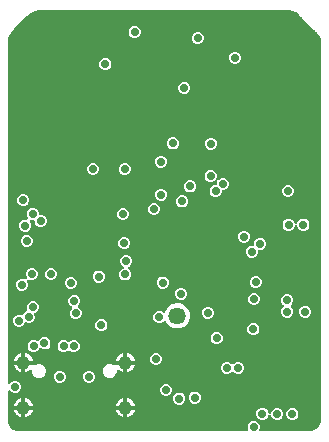
<source format=gbr>
G04 EAGLE Gerber RS-274X export*
G75*
%MOMM*%
%FSLAX34Y34*%
%LPD*%
%INPCBWay Copper Layer 1*%
%IPPOS*%
%AMOC8*
5,1,8,0,0,1.08239X$1,22.5*%
G01*
%ADD10C,1.158000*%
%ADD11C,1.458000*%
%ADD12C,0.711200*%

G36*
X18294Y3812D02*
X18294Y3812D01*
X18316Y3811D01*
X20045Y3856D01*
X20054Y3852D01*
X20136Y3842D01*
X20216Y3821D01*
X20363Y3812D01*
X20370Y3811D01*
X20372Y3811D01*
X20377Y3811D01*
X210728Y3811D01*
X210778Y3817D01*
X210827Y3815D01*
X210935Y3837D01*
X211044Y3851D01*
X211090Y3869D01*
X211139Y3879D01*
X211237Y3927D01*
X211339Y3968D01*
X211380Y3997D01*
X211424Y4019D01*
X211508Y4090D01*
X211597Y4154D01*
X211628Y4193D01*
X211666Y4225D01*
X211729Y4315D01*
X211800Y4399D01*
X211821Y4444D01*
X211849Y4485D01*
X211888Y4588D01*
X211935Y4687D01*
X211944Y4736D01*
X211962Y4782D01*
X211974Y4892D01*
X211995Y4999D01*
X211992Y5049D01*
X211997Y5098D01*
X211982Y5207D01*
X211975Y5317D01*
X211960Y5364D01*
X211953Y5413D01*
X211901Y5566D01*
X211548Y6417D01*
X211548Y8438D01*
X212322Y10305D01*
X213751Y11735D01*
X215618Y12508D01*
X217640Y12508D01*
X219507Y11735D01*
X220936Y10305D01*
X221710Y8438D01*
X221710Y6417D01*
X221357Y5566D01*
X221344Y5518D01*
X221323Y5473D01*
X221302Y5365D01*
X221273Y5259D01*
X221273Y5209D01*
X221263Y5160D01*
X221270Y5051D01*
X221268Y4941D01*
X221280Y4893D01*
X221283Y4843D01*
X221317Y4739D01*
X221342Y4632D01*
X221366Y4588D01*
X221381Y4541D01*
X221440Y4448D01*
X221491Y4351D01*
X221525Y4314D01*
X221551Y4272D01*
X221631Y4197D01*
X221705Y4115D01*
X221747Y4088D01*
X221783Y4054D01*
X221879Y4001D01*
X221971Y3941D01*
X222018Y3924D01*
X222061Y3900D01*
X222167Y3873D01*
X222272Y3837D01*
X222321Y3833D01*
X222369Y3821D01*
X222530Y3811D01*
X256197Y3811D01*
X256198Y3811D01*
X256201Y3811D01*
X264486Y3834D01*
X264505Y3836D01*
X264523Y3835D01*
X264683Y3850D01*
X266186Y4090D01*
X266278Y4117D01*
X266372Y4135D01*
X266473Y4174D01*
X266491Y4179D01*
X266500Y4185D01*
X266522Y4193D01*
X269385Y5530D01*
X269516Y5612D01*
X269647Y5693D01*
X269652Y5698D01*
X269654Y5699D01*
X269660Y5705D01*
X269766Y5803D01*
X271950Y8086D01*
X272040Y8207D01*
X272134Y8333D01*
X272137Y8339D01*
X272139Y8341D01*
X272142Y8348D01*
X272205Y8478D01*
X273413Y11397D01*
X273439Y11490D01*
X273473Y11580D01*
X273492Y11686D01*
X273497Y11704D01*
X273497Y11715D01*
X273501Y11738D01*
X273681Y13304D01*
X273681Y13317D01*
X273689Y13449D01*
X273689Y335376D01*
X273677Y335472D01*
X273675Y335568D01*
X273652Y335672D01*
X273649Y335692D01*
X273645Y335702D01*
X273640Y335725D01*
X273136Y337486D01*
X273095Y337583D01*
X273061Y337684D01*
X273020Y337758D01*
X273011Y337778D01*
X273002Y337791D01*
X272982Y337825D01*
X270682Y341388D01*
X270613Y341470D01*
X270552Y341557D01*
X270491Y341615D01*
X270477Y341632D01*
X270464Y341641D01*
X270436Y341668D01*
X269873Y342145D01*
X269834Y342170D01*
X269800Y342203D01*
X269701Y342257D01*
X269607Y342318D01*
X269562Y342333D01*
X269521Y342356D01*
X269412Y342384D01*
X269335Y342410D01*
X268509Y343237D01*
X268482Y343257D01*
X268459Y343283D01*
X268333Y343383D01*
X267412Y344020D01*
X267371Y344150D01*
X267331Y344288D01*
X267323Y344301D01*
X267318Y344316D01*
X267242Y344438D01*
X267169Y344562D01*
X267155Y344578D01*
X267150Y344586D01*
X267137Y344599D01*
X267063Y344682D01*
X257607Y354138D01*
X257579Y354160D01*
X257555Y354187D01*
X257454Y354257D01*
X257356Y354333D01*
X257323Y354347D01*
X257293Y354368D01*
X257177Y354410D01*
X257100Y354444D01*
X256230Y355506D01*
X256216Y355519D01*
X256146Y355599D01*
X254978Y356768D01*
X254944Y356825D01*
X254876Y356902D01*
X254865Y356918D01*
X254856Y356925D01*
X254838Y356946D01*
X254308Y357477D01*
X254224Y357542D01*
X254146Y357614D01*
X254074Y357658D01*
X254057Y357672D01*
X254042Y357678D01*
X254009Y357699D01*
X249839Y359934D01*
X249739Y359973D01*
X249644Y360019D01*
X249562Y360041D01*
X249542Y360048D01*
X249526Y360050D01*
X249488Y360060D01*
X247282Y360502D01*
X247237Y360505D01*
X247194Y360516D01*
X247033Y360527D01*
X209933Y360527D01*
X209933Y360526D01*
X209932Y360527D01*
X72090Y360405D01*
X72077Y360404D01*
X69999Y360404D01*
X69998Y360404D01*
X67929Y360402D01*
X67923Y360403D01*
X67913Y360402D01*
X67908Y360402D01*
X67883Y360403D01*
X38244Y360400D01*
X38242Y360400D01*
X36139Y360400D01*
X36119Y360397D01*
X36056Y360397D01*
X34109Y360269D01*
X34066Y360261D01*
X34021Y360261D01*
X33864Y360229D01*
X30101Y359221D01*
X30022Y359188D01*
X29940Y359165D01*
X29817Y359105D01*
X29807Y359101D01*
X29803Y359098D01*
X29795Y359094D01*
X26422Y357147D01*
X26387Y357120D01*
X26348Y357100D01*
X26220Y357002D01*
X24753Y355715D01*
X24739Y355699D01*
X24692Y355658D01*
X15104Y346070D01*
X15050Y346000D01*
X14988Y345937D01*
X14953Y345876D01*
X13637Y344602D01*
X13632Y344597D01*
X13621Y344587D01*
X13581Y344547D01*
X13571Y344534D01*
X13539Y344502D01*
X12225Y343054D01*
X12199Y343018D01*
X12168Y342987D01*
X12076Y342854D01*
X10054Y339482D01*
X10019Y339404D01*
X9976Y339330D01*
X9930Y339201D01*
X9925Y339191D01*
X9925Y339187D01*
X9922Y339178D01*
X8840Y335398D01*
X8834Y335354D01*
X8819Y335312D01*
X8796Y335153D01*
X8635Y333198D01*
X8636Y333176D01*
X8630Y333094D01*
X8630Y45400D01*
X8648Y45262D01*
X8661Y45124D01*
X8668Y45105D01*
X8670Y45085D01*
X8722Y44955D01*
X8769Y44825D01*
X8780Y44808D01*
X8787Y44789D01*
X8869Y44677D01*
X8947Y44561D01*
X8962Y44548D01*
X8974Y44532D01*
X9081Y44443D01*
X9186Y44351D01*
X9204Y44342D01*
X9219Y44329D01*
X9345Y44270D01*
X9469Y44206D01*
X9489Y44202D01*
X9507Y44193D01*
X9643Y44167D01*
X9779Y44137D01*
X9799Y44137D01*
X9819Y44134D01*
X9958Y44142D01*
X10097Y44146D01*
X10117Y44152D01*
X10137Y44153D01*
X10269Y44196D01*
X10402Y44235D01*
X10420Y44245D01*
X10439Y44251D01*
X10557Y44326D01*
X10676Y44396D01*
X10697Y44415D01*
X10708Y44421D01*
X10722Y44436D01*
X10797Y44503D01*
X12033Y45739D01*
X13900Y46512D01*
X15922Y46512D01*
X17789Y45739D01*
X19218Y44309D01*
X19992Y42442D01*
X19992Y40421D01*
X19218Y38553D01*
X17789Y37124D01*
X15922Y36351D01*
X13900Y36351D01*
X12033Y37124D01*
X10797Y38360D01*
X10688Y38445D01*
X10580Y38534D01*
X10562Y38542D01*
X10546Y38555D01*
X10418Y38610D01*
X10293Y38669D01*
X10273Y38673D01*
X10254Y38681D01*
X10116Y38703D01*
X9980Y38729D01*
X9960Y38728D01*
X9940Y38731D01*
X9801Y38718D01*
X9663Y38709D01*
X9644Y38703D01*
X9623Y38701D01*
X9492Y38654D01*
X9360Y38611D01*
X9343Y38600D01*
X9324Y38594D01*
X9209Y38516D01*
X9092Y38441D01*
X9078Y38426D01*
X9061Y38415D01*
X8969Y38311D01*
X8874Y38210D01*
X8864Y38192D01*
X8850Y38177D01*
X8787Y38052D01*
X8720Y37931D01*
X8715Y37911D01*
X8706Y37893D01*
X8675Y37758D01*
X8641Y37623D01*
X8639Y37595D01*
X8636Y37583D01*
X8637Y37563D01*
X8630Y37462D01*
X8630Y12961D01*
X8631Y12958D01*
X8640Y12803D01*
X8836Y11240D01*
X8843Y11210D01*
X8844Y11189D01*
X8862Y11134D01*
X8880Y11032D01*
X8909Y10953D01*
X8914Y10931D01*
X8922Y10918D01*
X8936Y10881D01*
X10222Y7990D01*
X10227Y7982D01*
X10230Y7973D01*
X10310Y7845D01*
X10387Y7718D01*
X10394Y7711D01*
X10399Y7703D01*
X10508Y7585D01*
X12804Y5407D01*
X12811Y5401D01*
X12817Y5394D01*
X12878Y5351D01*
X12907Y5323D01*
X12947Y5301D01*
X13060Y5218D01*
X13068Y5215D01*
X13076Y5209D01*
X13222Y5142D01*
X16177Y4008D01*
X16280Y3982D01*
X16381Y3949D01*
X16464Y3937D01*
X16485Y3932D01*
X16501Y3932D01*
X16540Y3927D01*
X18102Y3814D01*
X18124Y3815D01*
X18194Y3811D01*
X18283Y3811D01*
X18294Y3812D01*
G37*
%LPC*%
G36*
X149964Y91001D02*
X149964Y91001D01*
X146071Y92614D01*
X143091Y95594D01*
X142674Y96601D01*
X142649Y96645D01*
X142632Y96691D01*
X142571Y96782D01*
X142516Y96878D01*
X142482Y96913D01*
X142454Y96954D01*
X142371Y97027D01*
X142295Y97106D01*
X142253Y97132D01*
X142215Y97165D01*
X142118Y97215D01*
X142024Y97272D01*
X141976Y97287D01*
X141932Y97309D01*
X141825Y97334D01*
X141720Y97366D01*
X141670Y97368D01*
X141622Y97379D01*
X141512Y97376D01*
X141402Y97381D01*
X141354Y97371D01*
X141304Y97369D01*
X141198Y97339D01*
X141091Y97317D01*
X141046Y97295D01*
X140998Y97281D01*
X140904Y97225D01*
X140805Y97177D01*
X140767Y97145D01*
X140724Y97120D01*
X140604Y97013D01*
X139800Y96210D01*
X137933Y95436D01*
X135911Y95436D01*
X134044Y96210D01*
X132615Y97639D01*
X131841Y99506D01*
X131841Y101528D01*
X132615Y103395D01*
X134044Y104824D01*
X135911Y105598D01*
X137933Y105598D01*
X139800Y104824D01*
X139973Y104651D01*
X140012Y104621D01*
X140045Y104584D01*
X140137Y104524D01*
X140224Y104457D01*
X140270Y104437D01*
X140311Y104410D01*
X140415Y104374D01*
X140516Y104330D01*
X140565Y104322D01*
X140612Y104306D01*
X140721Y104298D01*
X140830Y104280D01*
X140879Y104285D01*
X140929Y104281D01*
X141037Y104300D01*
X141147Y104310D01*
X141193Y104327D01*
X141242Y104335D01*
X141342Y104381D01*
X141446Y104418D01*
X141487Y104446D01*
X141532Y104466D01*
X141618Y104535D01*
X141709Y104596D01*
X141742Y104634D01*
X141781Y104665D01*
X141847Y104753D01*
X141920Y104835D01*
X141942Y104879D01*
X141972Y104919D01*
X142043Y105063D01*
X143091Y107594D01*
X146071Y110574D01*
X149964Y112187D01*
X154178Y112187D01*
X158072Y110574D01*
X161051Y107594D01*
X162664Y103701D01*
X162664Y99487D01*
X161051Y95594D01*
X158072Y92614D01*
X154178Y91001D01*
X149964Y91001D01*
G37*
%LPD*%
%LPC*%
G36*
X22302Y173043D02*
X22302Y173043D01*
X20435Y173817D01*
X19005Y175246D01*
X18232Y177113D01*
X18232Y179135D01*
X19005Y181002D01*
X20435Y182431D01*
X22302Y183205D01*
X24275Y183205D01*
X24325Y183211D01*
X24374Y183209D01*
X24482Y183231D01*
X24591Y183245D01*
X24637Y183263D01*
X24686Y183273D01*
X24785Y183321D01*
X24887Y183362D01*
X24927Y183391D01*
X24971Y183413D01*
X25055Y183484D01*
X25144Y183549D01*
X25176Y183587D01*
X25213Y183619D01*
X25277Y183709D01*
X25347Y183794D01*
X25368Y183838D01*
X25396Y183879D01*
X25436Y183982D01*
X25482Y184081D01*
X25492Y184130D01*
X25509Y184176D01*
X25521Y184286D01*
X25542Y184394D01*
X25539Y184443D01*
X25544Y184493D01*
X25529Y184602D01*
X25522Y184711D01*
X25507Y184758D01*
X25500Y184807D01*
X25448Y184960D01*
X24590Y187030D01*
X24590Y189051D01*
X25364Y190919D01*
X26793Y192348D01*
X28660Y193121D01*
X30682Y193121D01*
X32549Y192348D01*
X33978Y190919D01*
X34752Y189051D01*
X34752Y188477D01*
X34767Y188359D01*
X34774Y188240D01*
X34787Y188201D01*
X34792Y188161D01*
X34836Y188051D01*
X34872Y187937D01*
X34894Y187903D01*
X34909Y187866D01*
X34979Y187769D01*
X35042Y187669D01*
X35072Y187641D01*
X35096Y187608D01*
X35187Y187532D01*
X35274Y187451D01*
X35309Y187431D01*
X35341Y187405D01*
X35448Y187355D01*
X35553Y187297D01*
X35592Y187287D01*
X35628Y187270D01*
X35745Y187248D01*
X35860Y187218D01*
X35921Y187214D01*
X35941Y187210D01*
X35961Y187211D01*
X36021Y187208D01*
X37351Y187208D01*
X39219Y186434D01*
X40648Y185005D01*
X41421Y183138D01*
X41421Y181116D01*
X40648Y179249D01*
X39219Y177820D01*
X37351Y177046D01*
X35330Y177046D01*
X33463Y177820D01*
X32033Y179249D01*
X31260Y181116D01*
X31260Y181691D01*
X31245Y181809D01*
X31238Y181928D01*
X31225Y181966D01*
X31220Y182006D01*
X31176Y182117D01*
X31139Y182230D01*
X31118Y182264D01*
X31103Y182302D01*
X31033Y182398D01*
X30969Y182499D01*
X30940Y182527D01*
X30916Y182559D01*
X30824Y182635D01*
X30738Y182717D01*
X30702Y182736D01*
X30671Y182762D01*
X30563Y182813D01*
X30459Y182870D01*
X30420Y182880D01*
X30383Y182898D01*
X30267Y182920D01*
X30151Y182950D01*
X30091Y182954D01*
X30071Y182957D01*
X30051Y182956D01*
X29991Y182960D01*
X28709Y182960D01*
X28659Y182954D01*
X28610Y182956D01*
X28502Y182934D01*
X28393Y182920D01*
X28347Y182902D01*
X28298Y182892D01*
X28199Y182843D01*
X28097Y182803D01*
X28057Y182774D01*
X28012Y182752D01*
X27929Y182681D01*
X27840Y182616D01*
X27808Y182578D01*
X27770Y182546D01*
X27707Y182456D01*
X27637Y182371D01*
X27616Y182326D01*
X27587Y182286D01*
X27548Y182183D01*
X27502Y182084D01*
X27492Y182035D01*
X27475Y181988D01*
X27462Y181879D01*
X27442Y181771D01*
X27445Y181722D01*
X27439Y181672D01*
X27455Y181563D01*
X27462Y181454D01*
X27477Y181407D01*
X27484Y181357D01*
X27536Y181205D01*
X28393Y179135D01*
X28393Y177113D01*
X27620Y175246D01*
X26191Y173817D01*
X24323Y173043D01*
X22302Y173043D01*
G37*
%LPD*%
%LPC*%
G36*
X183476Y202081D02*
X183476Y202081D01*
X181609Y202855D01*
X180179Y204284D01*
X179406Y206151D01*
X179406Y208173D01*
X180179Y210040D01*
X181609Y211469D01*
X183476Y212243D01*
X184447Y212243D01*
X184565Y212258D01*
X184684Y212265D01*
X184723Y212278D01*
X184763Y212283D01*
X184874Y212326D01*
X184987Y212363D01*
X185021Y212385D01*
X185058Y212400D01*
X185155Y212470D01*
X185255Y212533D01*
X185283Y212563D01*
X185316Y212587D01*
X185392Y212678D01*
X185473Y212765D01*
X185493Y212800D01*
X185519Y212831D01*
X185569Y212939D01*
X185627Y213043D01*
X185637Y213083D01*
X185654Y213119D01*
X185676Y213236D01*
X185706Y213351D01*
X185710Y213412D01*
X185714Y213432D01*
X185713Y213452D01*
X185716Y213512D01*
X185716Y214268D01*
X186030Y215025D01*
X186048Y215092D01*
X186076Y215156D01*
X186090Y215245D01*
X186114Y215332D01*
X186115Y215401D01*
X186126Y215470D01*
X186117Y215560D01*
X186119Y215650D01*
X186103Y215718D01*
X186096Y215787D01*
X186066Y215871D01*
X186045Y215959D01*
X186012Y216020D01*
X185988Y216086D01*
X185938Y216161D01*
X185896Y216240D01*
X185849Y216292D01*
X185810Y216349D01*
X185742Y216409D01*
X185682Y216475D01*
X185624Y216514D01*
X185571Y216560D01*
X185491Y216601D01*
X185416Y216650D01*
X185350Y216673D01*
X185288Y216704D01*
X185201Y216724D01*
X185116Y216753D01*
X185046Y216759D01*
X184978Y216774D01*
X184888Y216771D01*
X184799Y216778D01*
X184730Y216766D01*
X184660Y216764D01*
X184574Y216739D01*
X184485Y216724D01*
X184422Y216695D01*
X184354Y216676D01*
X184277Y216630D01*
X184195Y216593D01*
X184141Y216550D01*
X184081Y216514D01*
X183960Y216408D01*
X183164Y215612D01*
X181297Y214839D01*
X179275Y214839D01*
X177408Y215612D01*
X175979Y217041D01*
X175205Y218909D01*
X175205Y220930D01*
X175979Y222797D01*
X177408Y224227D01*
X179275Y225000D01*
X181297Y225000D01*
X183164Y224227D01*
X184593Y222797D01*
X185367Y220930D01*
X185367Y218909D01*
X185053Y218152D01*
X185035Y218085D01*
X185007Y218021D01*
X184993Y217932D01*
X184969Y217846D01*
X184968Y217776D01*
X184957Y217707D01*
X184966Y217617D01*
X184964Y217528D01*
X184981Y217460D01*
X184987Y217390D01*
X185018Y217306D01*
X185038Y217218D01*
X185071Y217157D01*
X185095Y217091D01*
X185145Y217016D01*
X185187Y216937D01*
X185234Y216886D01*
X185273Y216828D01*
X185341Y216768D01*
X185401Y216702D01*
X185459Y216663D01*
X185512Y216617D01*
X185592Y216576D01*
X185667Y216527D01*
X185733Y216504D01*
X185795Y216473D01*
X185883Y216453D01*
X185968Y216424D01*
X186037Y216418D01*
X186105Y216403D01*
X186195Y216406D01*
X186285Y216399D01*
X186353Y216411D01*
X186423Y216413D01*
X186510Y216438D01*
X186598Y216453D01*
X186662Y216482D01*
X186729Y216501D01*
X186806Y216547D01*
X186888Y216584D01*
X186942Y216627D01*
X187003Y216663D01*
X187123Y216769D01*
X187919Y217565D01*
X189787Y218338D01*
X191808Y218338D01*
X193675Y217565D01*
X195104Y216136D01*
X195878Y214268D01*
X195878Y212247D01*
X195104Y210380D01*
X193675Y208950D01*
X191808Y208177D01*
X190837Y208177D01*
X190718Y208162D01*
X190600Y208155D01*
X190561Y208142D01*
X190521Y208137D01*
X190410Y208093D01*
X190297Y208057D01*
X190263Y208035D01*
X190225Y208020D01*
X190129Y207950D01*
X190029Y207886D01*
X190001Y207857D01*
X189968Y207833D01*
X189892Y207741D01*
X189811Y207655D01*
X189791Y207619D01*
X189765Y207588D01*
X189715Y207481D01*
X189657Y207376D01*
X189647Y207337D01*
X189630Y207300D01*
X189607Y207184D01*
X189578Y207068D01*
X189574Y207008D01*
X189570Y206988D01*
X189571Y206975D01*
X189570Y206971D01*
X189571Y206959D01*
X189567Y206908D01*
X189567Y206151D01*
X188794Y204284D01*
X187365Y202855D01*
X185497Y202081D01*
X183476Y202081D01*
G37*
%LPD*%
%LPC*%
G36*
X17118Y92550D02*
X17118Y92550D01*
X15251Y93324D01*
X13821Y94753D01*
X13048Y96620D01*
X13048Y98642D01*
X13821Y100509D01*
X15251Y101938D01*
X17118Y102712D01*
X19139Y102712D01*
X20089Y102318D01*
X20203Y102287D01*
X20316Y102248D01*
X20356Y102245D01*
X20395Y102234D01*
X20515Y102232D01*
X20633Y102223D01*
X20673Y102230D01*
X20713Y102229D01*
X20829Y102257D01*
X20946Y102277D01*
X20983Y102294D01*
X21023Y102303D01*
X21128Y102359D01*
X21236Y102408D01*
X21268Y102433D01*
X21304Y102452D01*
X21392Y102532D01*
X21485Y102607D01*
X21509Y102639D01*
X21539Y102666D01*
X21604Y102765D01*
X21676Y102861D01*
X21703Y102915D01*
X21714Y102932D01*
X21721Y102951D01*
X21747Y103005D01*
X22045Y103724D01*
X23474Y105153D01*
X24450Y105558D01*
X24554Y105617D01*
X24660Y105669D01*
X24691Y105695D01*
X24726Y105715D01*
X24812Y105798D01*
X24902Y105875D01*
X24926Y105908D01*
X24955Y105936D01*
X25017Y106038D01*
X25085Y106135D01*
X25100Y106173D01*
X25121Y106207D01*
X25156Y106321D01*
X25198Y106433D01*
X25203Y106473D01*
X25215Y106511D01*
X25220Y106630D01*
X25233Y106749D01*
X25228Y106789D01*
X25230Y106829D01*
X25206Y106946D01*
X25189Y107064D01*
X25169Y107120D01*
X25165Y107140D01*
X25156Y107159D01*
X25137Y107216D01*
X24827Y107963D01*
X24827Y109985D01*
X25601Y111852D01*
X27030Y113281D01*
X28897Y114055D01*
X30919Y114055D01*
X32786Y113281D01*
X34215Y111852D01*
X34989Y109985D01*
X34989Y107963D01*
X34215Y106096D01*
X32786Y104667D01*
X31810Y104262D01*
X31706Y104203D01*
X31600Y104151D01*
X31569Y104125D01*
X31534Y104105D01*
X31448Y104022D01*
X31358Y103945D01*
X31334Y103912D01*
X31305Y103884D01*
X31243Y103782D01*
X31175Y103685D01*
X31160Y103647D01*
X31139Y103613D01*
X31104Y103499D01*
X31062Y103387D01*
X31057Y103347D01*
X31045Y103309D01*
X31040Y103190D01*
X31027Y103071D01*
X31032Y103031D01*
X31030Y102991D01*
X31054Y102874D01*
X31071Y102756D01*
X31091Y102700D01*
X31095Y102680D01*
X31104Y102661D01*
X31123Y102604D01*
X31433Y101857D01*
X31433Y99835D01*
X30659Y97968D01*
X29230Y96539D01*
X27363Y95765D01*
X25341Y95765D01*
X24392Y96159D01*
X24277Y96190D01*
X24164Y96229D01*
X24124Y96232D01*
X24085Y96243D01*
X23966Y96244D01*
X23847Y96254D01*
X23808Y96247D01*
X23767Y96248D01*
X23651Y96220D01*
X23534Y96199D01*
X23497Y96183D01*
X23458Y96173D01*
X23353Y96118D01*
X23244Y96069D01*
X23212Y96044D01*
X23177Y96025D01*
X23089Y95945D01*
X22996Y95870D01*
X22971Y95838D01*
X22941Y95811D01*
X22876Y95711D01*
X22804Y95616D01*
X22778Y95562D01*
X22767Y95545D01*
X22760Y95526D01*
X22733Y95472D01*
X22436Y94753D01*
X21006Y93324D01*
X19139Y92550D01*
X17118Y92550D01*
G37*
%LPD*%
%LPC*%
G36*
X107065Y131646D02*
X107065Y131646D01*
X105197Y132419D01*
X103768Y133849D01*
X102995Y135716D01*
X102995Y137737D01*
X103768Y139605D01*
X105197Y141034D01*
X106084Y141401D01*
X106205Y141470D01*
X106328Y141535D01*
X106343Y141549D01*
X106360Y141559D01*
X106460Y141655D01*
X106563Y141749D01*
X106574Y141766D01*
X106589Y141780D01*
X106661Y141899D01*
X106738Y142015D01*
X106744Y142034D01*
X106755Y142051D01*
X106796Y142184D01*
X106841Y142315D01*
X106843Y142336D01*
X106849Y142355D01*
X106855Y142494D01*
X106866Y142632D01*
X106863Y142652D01*
X106864Y142673D01*
X106835Y142809D01*
X106812Y142946D01*
X106803Y142964D01*
X106799Y142984D01*
X106738Y143109D01*
X106681Y143236D01*
X106669Y143252D01*
X106660Y143270D01*
X106570Y143375D01*
X106483Y143484D01*
X106466Y143496D01*
X106453Y143512D01*
X106340Y143592D01*
X106229Y143675D01*
X106203Y143688D01*
X106193Y143695D01*
X106174Y143702D01*
X106084Y143746D01*
X105939Y143807D01*
X104509Y145236D01*
X103736Y147103D01*
X103736Y149124D01*
X104509Y150992D01*
X105939Y152421D01*
X107806Y153195D01*
X109827Y153195D01*
X111695Y152421D01*
X113124Y150992D01*
X113897Y149124D01*
X113897Y147103D01*
X113124Y145236D01*
X111695Y143807D01*
X110808Y143439D01*
X110687Y143371D01*
X110564Y143305D01*
X110549Y143292D01*
X110532Y143282D01*
X110432Y143185D01*
X110329Y143092D01*
X110318Y143075D01*
X110303Y143061D01*
X110231Y142942D01*
X110154Y142826D01*
X110148Y142807D01*
X110137Y142789D01*
X110096Y142656D01*
X110051Y142525D01*
X110049Y142505D01*
X110043Y142485D01*
X110037Y142346D01*
X110026Y142208D01*
X110029Y142188D01*
X110028Y142168D01*
X110057Y142031D01*
X110080Y141895D01*
X110089Y141876D01*
X110093Y141856D01*
X110154Y141732D01*
X110211Y141605D01*
X110223Y141589D01*
X110232Y141571D01*
X110322Y141465D01*
X110409Y141356D01*
X110426Y141344D01*
X110439Y141329D01*
X110552Y141249D01*
X110663Y141165D01*
X110689Y141153D01*
X110699Y141146D01*
X110718Y141138D01*
X110808Y141094D01*
X110953Y141034D01*
X112383Y139605D01*
X113156Y137737D01*
X113156Y135716D01*
X112383Y133849D01*
X110953Y132419D01*
X109086Y131646D01*
X107065Y131646D01*
G37*
%LPD*%
%LPC*%
G36*
X65219Y98813D02*
X65219Y98813D01*
X63352Y99587D01*
X61923Y101016D01*
X61149Y102883D01*
X61149Y104905D01*
X61923Y106772D01*
X62909Y107759D01*
X62940Y107798D01*
X62977Y107831D01*
X63037Y107923D01*
X63104Y108010D01*
X63124Y108055D01*
X63151Y108097D01*
X63187Y108201D01*
X63231Y108302D01*
X63238Y108351D01*
X63254Y108398D01*
X63263Y108507D01*
X63280Y108616D01*
X63276Y108665D01*
X63280Y108715D01*
X63261Y108823D01*
X63251Y108932D01*
X63234Y108979D01*
X63225Y109028D01*
X63180Y109128D01*
X63143Y109232D01*
X63115Y109273D01*
X63095Y109318D01*
X63026Y109404D01*
X62964Y109495D01*
X62927Y109528D01*
X62896Y109566D01*
X62808Y109633D01*
X62726Y109705D01*
X62682Y109728D01*
X62642Y109758D01*
X62497Y109829D01*
X62082Y110001D01*
X60653Y111430D01*
X59879Y113297D01*
X59879Y115319D01*
X60653Y117186D01*
X62082Y118615D01*
X63949Y119389D01*
X65971Y119389D01*
X67838Y118615D01*
X69267Y117186D01*
X70041Y115319D01*
X70041Y113297D01*
X69267Y111430D01*
X68281Y110443D01*
X68250Y110404D01*
X68213Y110371D01*
X68153Y110279D01*
X68086Y110192D01*
X68066Y110147D01*
X68039Y110105D01*
X68003Y110001D01*
X67959Y109900D01*
X67952Y109851D01*
X67936Y109804D01*
X67927Y109695D01*
X67910Y109586D01*
X67914Y109537D01*
X67910Y109487D01*
X67929Y109379D01*
X67939Y109270D01*
X67956Y109223D01*
X67965Y109174D01*
X68010Y109074D01*
X68047Y108970D01*
X68075Y108929D01*
X68095Y108884D01*
X68164Y108798D01*
X68226Y108707D01*
X68263Y108674D01*
X68294Y108636D01*
X68382Y108569D01*
X68464Y108497D01*
X68508Y108474D01*
X68548Y108444D01*
X68693Y108373D01*
X69108Y108201D01*
X70537Y106772D01*
X71311Y104905D01*
X71311Y102883D01*
X70537Y101016D01*
X69108Y99587D01*
X67241Y98813D01*
X65219Y98813D01*
G37*
%LPD*%
%LPC*%
G36*
X19499Y122943D02*
X19499Y122943D01*
X17632Y123717D01*
X16203Y125146D01*
X15429Y127013D01*
X15429Y129035D01*
X16203Y130902D01*
X17632Y132331D01*
X19499Y133105D01*
X21521Y133105D01*
X22854Y132552D01*
X22988Y132516D01*
X23121Y132475D01*
X23141Y132474D01*
X23161Y132468D01*
X23300Y132466D01*
X23439Y132460D01*
X23458Y132464D01*
X23479Y132463D01*
X23614Y132496D01*
X23750Y132524D01*
X23768Y132533D01*
X23788Y132538D01*
X23911Y132602D01*
X24036Y132664D01*
X24051Y132677D01*
X24069Y132686D01*
X24172Y132780D01*
X24278Y132870D01*
X24289Y132887D01*
X24304Y132900D01*
X24381Y133017D01*
X24461Y133130D01*
X24468Y133149D01*
X24479Y133166D01*
X24524Y133298D01*
X24574Y133427D01*
X24576Y133448D01*
X24582Y133467D01*
X24593Y133605D01*
X24609Y133744D01*
X24606Y133764D01*
X24608Y133784D01*
X24584Y133921D01*
X24564Y134058D01*
X24555Y134085D01*
X24553Y134097D01*
X24545Y134116D01*
X24512Y134211D01*
X23811Y135903D01*
X23811Y137925D01*
X24585Y139792D01*
X26014Y141221D01*
X27881Y141995D01*
X29903Y141995D01*
X31770Y141221D01*
X33199Y139792D01*
X33973Y137925D01*
X33973Y135903D01*
X33199Y134036D01*
X31770Y132607D01*
X29903Y131833D01*
X27881Y131833D01*
X26548Y132386D01*
X26414Y132422D01*
X26281Y132463D01*
X26261Y132464D01*
X26241Y132470D01*
X26102Y132472D01*
X25963Y132478D01*
X25944Y132474D01*
X25923Y132475D01*
X25788Y132442D01*
X25652Y132414D01*
X25634Y132405D01*
X25614Y132400D01*
X25491Y132336D01*
X25366Y132274D01*
X25351Y132261D01*
X25333Y132252D01*
X25230Y132158D01*
X25124Y132068D01*
X25113Y132051D01*
X25098Y132038D01*
X25021Y131921D01*
X24941Y131808D01*
X24934Y131789D01*
X24923Y131772D01*
X24878Y131640D01*
X24828Y131511D01*
X24826Y131490D01*
X24820Y131471D01*
X24809Y131333D01*
X24793Y131194D01*
X24796Y131174D01*
X24794Y131154D01*
X24818Y131017D01*
X24838Y130880D01*
X24847Y130853D01*
X24849Y130841D01*
X24857Y130822D01*
X24890Y130727D01*
X25591Y129035D01*
X25591Y127013D01*
X24817Y125146D01*
X23388Y123717D01*
X21521Y122943D01*
X19499Y122943D01*
G37*
%LPD*%
%LPC*%
G36*
X235669Y13399D02*
X235669Y13399D01*
X233802Y14173D01*
X232373Y15602D01*
X231549Y17591D01*
X231480Y17712D01*
X231415Y17835D01*
X231401Y17850D01*
X231391Y17867D01*
X231294Y17967D01*
X231201Y18070D01*
X231184Y18081D01*
X231170Y18096D01*
X231051Y18169D01*
X230935Y18245D01*
X230916Y18252D01*
X230899Y18262D01*
X230766Y18303D01*
X230634Y18348D01*
X230614Y18350D01*
X230595Y18356D01*
X230457Y18362D01*
X230317Y18373D01*
X230297Y18370D01*
X230277Y18371D01*
X230141Y18343D01*
X230004Y18319D01*
X229986Y18311D01*
X229966Y18307D01*
X229840Y18245D01*
X229714Y18188D01*
X229698Y18176D01*
X229680Y18167D01*
X229574Y18077D01*
X229466Y17990D01*
X229453Y17974D01*
X229438Y17961D01*
X229358Y17847D01*
X229274Y17736D01*
X229262Y17711D01*
X229255Y17701D01*
X229248Y17681D01*
X229204Y17591D01*
X228487Y15862D01*
X227058Y14433D01*
X225191Y13659D01*
X223169Y13659D01*
X221302Y14433D01*
X219873Y15862D01*
X219099Y17729D01*
X219099Y19751D01*
X219873Y21618D01*
X221302Y23047D01*
X223169Y23821D01*
X225191Y23821D01*
X227058Y23047D01*
X228487Y21618D01*
X229311Y19629D01*
X229380Y19508D01*
X229445Y19385D01*
X229459Y19370D01*
X229469Y19353D01*
X229566Y19253D01*
X229659Y19150D01*
X229676Y19139D01*
X229690Y19124D01*
X229809Y19051D01*
X229925Y18975D01*
X229944Y18968D01*
X229961Y18958D01*
X230094Y18917D01*
X230226Y18872D01*
X230246Y18870D01*
X230265Y18864D01*
X230403Y18858D01*
X230543Y18847D01*
X230563Y18850D01*
X230583Y18849D01*
X230719Y18877D01*
X230856Y18901D01*
X230874Y18909D01*
X230894Y18913D01*
X231020Y18975D01*
X231146Y19032D01*
X231162Y19044D01*
X231180Y19053D01*
X231286Y19143D01*
X231394Y19230D01*
X231407Y19246D01*
X231422Y19259D01*
X231502Y19373D01*
X231586Y19484D01*
X231598Y19509D01*
X231605Y19519D01*
X231612Y19539D01*
X231656Y19629D01*
X232373Y21358D01*
X233802Y22787D01*
X235669Y23561D01*
X237691Y23561D01*
X239558Y22787D01*
X240987Y21358D01*
X241761Y19491D01*
X241761Y17469D01*
X240987Y15602D01*
X239558Y14173D01*
X237691Y13399D01*
X235669Y13399D01*
G37*
%LPD*%
%LPC*%
G36*
X214035Y150800D02*
X214035Y150800D01*
X212168Y151573D01*
X210739Y153003D01*
X209965Y154870D01*
X209965Y156891D01*
X210739Y158759D01*
X212168Y160188D01*
X214035Y160961D01*
X216085Y160961D01*
X216203Y160976D01*
X216322Y160984D01*
X216361Y160996D01*
X216401Y161001D01*
X216511Y161045D01*
X216625Y161082D01*
X216659Y161103D01*
X216696Y161118D01*
X216793Y161188D01*
X216893Y161252D01*
X216921Y161281D01*
X216954Y161305D01*
X217030Y161397D01*
X217111Y161483D01*
X217131Y161519D01*
X217157Y161550D01*
X217207Y161658D01*
X217265Y161762D01*
X217275Y161801D01*
X217292Y161838D01*
X217314Y161954D01*
X217344Y162070D01*
X217348Y162130D01*
X217352Y162150D01*
X217351Y162170D01*
X217354Y162231D01*
X217354Y163660D01*
X218128Y165527D01*
X219557Y166956D01*
X221425Y167730D01*
X223446Y167730D01*
X225313Y166956D01*
X226742Y165527D01*
X227516Y163660D01*
X227516Y161638D01*
X226742Y159771D01*
X225313Y158342D01*
X223446Y157568D01*
X221396Y157568D01*
X221278Y157553D01*
X221159Y157546D01*
X221121Y157533D01*
X221080Y157528D01*
X220970Y157484D01*
X220856Y157448D01*
X220822Y157426D01*
X220785Y157411D01*
X220688Y157341D01*
X220588Y157278D01*
X220560Y157248D01*
X220527Y157224D01*
X220451Y157133D01*
X220370Y157046D01*
X220350Y157011D01*
X220325Y156979D01*
X220274Y156872D01*
X220216Y156768D01*
X220206Y156728D01*
X220189Y156692D01*
X220167Y156575D01*
X220137Y156460D01*
X220133Y156399D01*
X220129Y156379D01*
X220130Y156359D01*
X220127Y156299D01*
X220127Y154870D01*
X219353Y153003D01*
X217924Y151573D01*
X216057Y150800D01*
X214035Y150800D01*
G37*
%LPD*%
%LPC*%
G36*
X245286Y173857D02*
X245286Y173857D01*
X243419Y174630D01*
X241990Y176060D01*
X241216Y177927D01*
X241216Y179948D01*
X241990Y181816D01*
X243419Y183245D01*
X245286Y184018D01*
X247308Y184018D01*
X249175Y183245D01*
X250604Y181816D01*
X251428Y179827D01*
X251497Y179706D01*
X251562Y179583D01*
X251575Y179568D01*
X251585Y179551D01*
X251682Y179451D01*
X251776Y179348D01*
X251793Y179337D01*
X251807Y179322D01*
X251925Y179250D01*
X252041Y179173D01*
X252061Y179166D01*
X252078Y179156D01*
X252211Y179115D01*
X252342Y179070D01*
X252362Y179068D01*
X252382Y179062D01*
X252521Y179056D01*
X252659Y179045D01*
X252679Y179048D01*
X252699Y179047D01*
X252836Y179075D01*
X252973Y179099D01*
X252991Y179107D01*
X253011Y179111D01*
X253136Y179173D01*
X253263Y179230D01*
X253278Y179242D01*
X253297Y179251D01*
X253403Y179341D01*
X253511Y179428D01*
X253523Y179444D01*
X253539Y179458D01*
X253619Y179571D01*
X253702Y179682D01*
X253715Y179708D01*
X253722Y179718D01*
X253729Y179737D01*
X253773Y179827D01*
X254629Y181893D01*
X256058Y183322D01*
X257926Y184096D01*
X259947Y184096D01*
X261814Y183322D01*
X263244Y181893D01*
X264017Y180026D01*
X264017Y178005D01*
X263244Y176137D01*
X261814Y174708D01*
X259947Y173934D01*
X257926Y173934D01*
X256058Y174708D01*
X254629Y176137D01*
X253805Y178126D01*
X253737Y178247D01*
X253671Y178370D01*
X253658Y178385D01*
X253648Y178402D01*
X253551Y178502D01*
X253458Y178605D01*
X253441Y178616D01*
X253427Y178631D01*
X253308Y178703D01*
X253192Y178780D01*
X253173Y178786D01*
X253155Y178797D01*
X253023Y178838D01*
X252891Y178883D01*
X252871Y178885D01*
X252851Y178891D01*
X252713Y178897D01*
X252574Y178908D01*
X252554Y178905D01*
X252534Y178906D01*
X252398Y178878D01*
X252261Y178854D01*
X252242Y178845D01*
X252222Y178841D01*
X252097Y178780D01*
X251971Y178723D01*
X251955Y178711D01*
X251937Y178702D01*
X251831Y178611D01*
X251722Y178525D01*
X251710Y178508D01*
X251695Y178495D01*
X251615Y178382D01*
X251531Y178271D01*
X251519Y178245D01*
X251512Y178235D01*
X251504Y178216D01*
X251460Y178126D01*
X250604Y176060D01*
X249175Y174630D01*
X247308Y173857D01*
X245286Y173857D01*
G37*
%LPD*%
%LPC*%
G36*
X202734Y52419D02*
X202734Y52419D01*
X200866Y53193D01*
X199769Y54289D01*
X199676Y54362D01*
X199586Y54441D01*
X199550Y54459D01*
X199518Y54484D01*
X199409Y54531D01*
X199303Y54586D01*
X199264Y54594D01*
X199226Y54611D01*
X199109Y54629D01*
X198993Y54655D01*
X198952Y54654D01*
X198912Y54660D01*
X198794Y54649D01*
X198675Y54646D01*
X198636Y54634D01*
X198596Y54631D01*
X198484Y54590D01*
X198369Y54557D01*
X198334Y54537D01*
X198296Y54523D01*
X198198Y54456D01*
X198095Y54396D01*
X198050Y54356D01*
X198033Y54344D01*
X198020Y54329D01*
X197974Y54289D01*
X196878Y53193D01*
X195011Y52419D01*
X192989Y52419D01*
X191122Y53193D01*
X189693Y54622D01*
X188919Y56489D01*
X188919Y58511D01*
X189693Y60378D01*
X191122Y61807D01*
X192989Y62581D01*
X195011Y62581D01*
X196878Y61807D01*
X197975Y60711D01*
X198069Y60638D01*
X198158Y60559D01*
X198194Y60540D01*
X198226Y60516D01*
X198335Y60468D01*
X198441Y60414D01*
X198481Y60405D01*
X198518Y60389D01*
X198636Y60371D01*
X198752Y60345D01*
X198792Y60346D01*
X198832Y60339D01*
X198951Y60351D01*
X199069Y60354D01*
X199108Y60365D01*
X199149Y60369D01*
X199261Y60409D01*
X199375Y60443D01*
X199410Y60463D01*
X199448Y60477D01*
X199546Y60544D01*
X199649Y60604D01*
X199694Y60644D01*
X199711Y60655D01*
X199725Y60671D01*
X199770Y60711D01*
X200866Y61807D01*
X202734Y62581D01*
X204755Y62581D01*
X206622Y61807D01*
X208051Y60378D01*
X208825Y58510D01*
X208825Y56489D01*
X208051Y54622D01*
X206622Y53193D01*
X204755Y52419D01*
X202734Y52419D01*
G37*
%LPD*%
%LPC*%
G36*
X244289Y100239D02*
X244289Y100239D01*
X242422Y101013D01*
X240993Y102442D01*
X240219Y104309D01*
X240219Y106331D01*
X240993Y108198D01*
X242024Y109229D01*
X242097Y109323D01*
X242176Y109413D01*
X242194Y109449D01*
X242219Y109481D01*
X242266Y109590D01*
X242320Y109696D01*
X242329Y109735D01*
X242345Y109772D01*
X242364Y109890D01*
X242390Y110006D01*
X242389Y110047D01*
X242395Y110087D01*
X242384Y110205D01*
X242380Y110324D01*
X242369Y110363D01*
X242365Y110403D01*
X242325Y110515D01*
X242292Y110630D01*
X242272Y110664D01*
X242258Y110702D01*
X242191Y110801D01*
X242130Y110903D01*
X242091Y110949D01*
X242079Y110966D01*
X242064Y110979D01*
X242024Y111024D01*
X240926Y112122D01*
X240153Y113989D01*
X240153Y116011D01*
X240926Y117878D01*
X242356Y119307D01*
X244223Y120081D01*
X246244Y120081D01*
X248111Y119307D01*
X249541Y117878D01*
X250314Y116011D01*
X250314Y113989D01*
X249541Y112122D01*
X248509Y111091D01*
X248437Y110997D01*
X248358Y110908D01*
X248339Y110871D01*
X248314Y110840D01*
X248267Y110730D01*
X248213Y110624D01*
X248204Y110585D01*
X248188Y110548D01*
X248169Y110430D01*
X248143Y110314D01*
X248145Y110274D01*
X248138Y110234D01*
X248149Y110115D01*
X248153Y109996D01*
X248164Y109957D01*
X248168Y109917D01*
X248208Y109805D01*
X248241Y109691D01*
X248262Y109656D01*
X248276Y109618D01*
X248343Y109519D01*
X248403Y109417D01*
X248443Y109372D01*
X248454Y109355D01*
X248470Y109341D01*
X248509Y109296D01*
X249607Y108198D01*
X250381Y106331D01*
X250381Y104309D01*
X249607Y102442D01*
X248178Y101013D01*
X246311Y100239D01*
X244289Y100239D01*
G37*
%LPD*%
%LPC*%
G36*
X29405Y70873D02*
X29405Y70873D01*
X27538Y71647D01*
X26109Y73076D01*
X25335Y74943D01*
X25335Y76965D01*
X26109Y78832D01*
X27538Y80261D01*
X29405Y81035D01*
X31427Y81035D01*
X33450Y80197D01*
X33465Y80187D01*
X33516Y80169D01*
X33527Y80165D01*
X33539Y80161D01*
X33568Y80152D01*
X33668Y80108D01*
X33718Y80100D01*
X33766Y80084D01*
X33874Y80075D01*
X33982Y80058D01*
X34032Y80062D01*
X34083Y80058D01*
X34190Y80077D01*
X34298Y80087D01*
X34346Y80104D01*
X34396Y80113D01*
X34496Y80158D01*
X34598Y80194D01*
X34640Y80223D01*
X34686Y80243D01*
X34771Y80311D01*
X34861Y80373D01*
X34895Y80411D01*
X34934Y80442D01*
X35000Y80529D01*
X35072Y80611D01*
X35095Y80656D01*
X35126Y80696D01*
X35197Y80841D01*
X35353Y81218D01*
X36782Y82647D01*
X38649Y83421D01*
X40671Y83421D01*
X42538Y82647D01*
X43967Y81218D01*
X44741Y79351D01*
X44741Y77329D01*
X43967Y75462D01*
X42538Y74033D01*
X40671Y73259D01*
X38649Y73259D01*
X36626Y74097D01*
X36611Y74107D01*
X36560Y74125D01*
X36549Y74129D01*
X36537Y74133D01*
X36508Y74142D01*
X36408Y74186D01*
X36358Y74194D01*
X36310Y74210D01*
X36202Y74219D01*
X36094Y74236D01*
X36044Y74232D01*
X35993Y74236D01*
X35886Y74217D01*
X35778Y74207D01*
X35730Y74190D01*
X35680Y74181D01*
X35581Y74136D01*
X35478Y74100D01*
X35436Y74071D01*
X35390Y74051D01*
X35305Y73983D01*
X35215Y73922D01*
X35181Y73884D01*
X35142Y73852D01*
X35076Y73765D01*
X35004Y73683D01*
X34981Y73638D01*
X34950Y73598D01*
X34880Y73453D01*
X34723Y73076D01*
X33294Y71647D01*
X31427Y70873D01*
X29405Y70873D01*
G37*
%LPD*%
%LPC*%
G36*
X63516Y70808D02*
X63516Y70808D01*
X61649Y71582D01*
X61010Y72220D01*
X60916Y72293D01*
X60827Y72372D01*
X60791Y72390D01*
X60759Y72415D01*
X60650Y72462D01*
X60544Y72517D01*
X60504Y72525D01*
X60467Y72542D01*
X60349Y72560D01*
X60233Y72586D01*
X60193Y72585D01*
X60153Y72591D01*
X60034Y72580D01*
X59915Y72577D01*
X59877Y72565D01*
X59836Y72562D01*
X59724Y72521D01*
X59610Y72488D01*
X59575Y72468D01*
X59537Y72454D01*
X59439Y72387D01*
X59336Y72327D01*
X59291Y72287D01*
X59274Y72275D01*
X59260Y72260D01*
X59215Y72220D01*
X58648Y71654D01*
X56781Y70880D01*
X54760Y70880D01*
X52892Y71654D01*
X51463Y73083D01*
X50690Y74950D01*
X50690Y76972D01*
X51463Y78839D01*
X52892Y80268D01*
X54760Y81042D01*
X56781Y81042D01*
X58648Y80268D01*
X59287Y79630D01*
X59381Y79556D01*
X59470Y79478D01*
X59506Y79459D01*
X59538Y79435D01*
X59648Y79387D01*
X59754Y79333D01*
X59793Y79324D01*
X59830Y79308D01*
X59948Y79290D01*
X60064Y79264D01*
X60104Y79265D01*
X60144Y79258D01*
X60263Y79270D01*
X60382Y79273D01*
X60421Y79284D01*
X60461Y79288D01*
X60573Y79328D01*
X60687Y79362D01*
X60722Y79382D01*
X60760Y79396D01*
X60859Y79463D01*
X60961Y79523D01*
X61006Y79563D01*
X61023Y79574D01*
X61037Y79590D01*
X61082Y79630D01*
X61649Y80196D01*
X63516Y80970D01*
X65537Y80970D01*
X67405Y80196D01*
X68834Y78767D01*
X69607Y76900D01*
X69607Y74878D01*
X68834Y73011D01*
X67405Y71582D01*
X65537Y70808D01*
X63516Y70808D01*
G37*
%LPD*%
%LPC*%
G36*
X93828Y49173D02*
X93828Y49173D01*
X91736Y50040D01*
X90136Y51640D01*
X89269Y53732D01*
X89269Y55996D01*
X90136Y58088D01*
X91736Y59688D01*
X93828Y60555D01*
X96092Y60555D01*
X98131Y59710D01*
X98145Y59706D01*
X98158Y59699D01*
X98299Y59664D01*
X98438Y59626D01*
X98453Y59626D01*
X98467Y59622D01*
X98611Y59623D01*
X98756Y59621D01*
X98770Y59625D01*
X98785Y59625D01*
X98925Y59662D01*
X99065Y59695D01*
X99078Y59702D01*
X99092Y59706D01*
X99219Y59777D01*
X99346Y59844D01*
X99357Y59854D01*
X99370Y59861D01*
X99475Y59961D01*
X99582Y60058D01*
X99590Y60070D01*
X99600Y60080D01*
X99677Y60203D01*
X99756Y60324D01*
X99761Y60338D01*
X99769Y60350D01*
X99813Y60488D01*
X99813Y60490D01*
X106536Y60490D01*
X106536Y53943D01*
X105730Y54103D01*
X104214Y54731D01*
X102850Y55643D01*
X102818Y55675D01*
X102708Y55760D01*
X102601Y55849D01*
X102582Y55858D01*
X102566Y55870D01*
X102439Y55925D01*
X102313Y55985D01*
X102293Y55988D01*
X102275Y55996D01*
X102137Y56018D01*
X102000Y56044D01*
X101980Y56043D01*
X101960Y56046D01*
X101822Y56033D01*
X101683Y56025D01*
X101664Y56018D01*
X101644Y56016D01*
X101513Y55969D01*
X101381Y55927D01*
X101363Y55916D01*
X101345Y55909D01*
X101230Y55831D01*
X101112Y55756D01*
X101098Y55742D01*
X101081Y55730D01*
X100989Y55626D01*
X100894Y55525D01*
X100884Y55507D01*
X100871Y55492D01*
X100808Y55368D01*
X100740Y55246D01*
X100735Y55227D01*
X100726Y55209D01*
X100696Y55073D01*
X100661Y54938D01*
X100659Y54910D01*
X100656Y54898D01*
X100657Y54878D01*
X100651Y54778D01*
X100651Y53732D01*
X99784Y51640D01*
X98184Y50040D01*
X96092Y49173D01*
X93828Y49173D01*
G37*
%LPD*%
%LPC*%
G36*
X33828Y49173D02*
X33828Y49173D01*
X31736Y50040D01*
X30136Y51640D01*
X29269Y53732D01*
X29269Y54778D01*
X29252Y54916D01*
X29239Y55054D01*
X29232Y55073D01*
X29229Y55093D01*
X29178Y55223D01*
X29131Y55353D01*
X29120Y55370D01*
X29112Y55389D01*
X29031Y55502D01*
X28953Y55616D01*
X28937Y55630D01*
X28926Y55646D01*
X28818Y55735D01*
X28714Y55827D01*
X28696Y55836D01*
X28681Y55849D01*
X28555Y55908D01*
X28431Y55972D01*
X28411Y55976D01*
X28393Y55985D01*
X28257Y56011D01*
X28121Y56041D01*
X28100Y56041D01*
X28081Y56044D01*
X27942Y56036D01*
X27803Y56031D01*
X27783Y56026D01*
X27763Y56025D01*
X27631Y55982D01*
X27497Y55943D01*
X27480Y55933D01*
X27461Y55927D01*
X27343Y55852D01*
X27223Y55781D01*
X27202Y55763D01*
X27192Y55756D01*
X27178Y55741D01*
X27102Y55675D01*
X27070Y55643D01*
X25706Y54731D01*
X24190Y54103D01*
X23384Y53943D01*
X23384Y60490D01*
X30098Y60490D01*
X30099Y60487D01*
X30102Y60472D01*
X30165Y60343D01*
X30226Y60211D01*
X30235Y60200D01*
X30242Y60187D01*
X30335Y60077D01*
X30427Y59965D01*
X30439Y59956D01*
X30448Y59945D01*
X30566Y59862D01*
X30682Y59776D01*
X30696Y59770D01*
X30708Y59762D01*
X30843Y59710D01*
X30977Y59656D01*
X30992Y59654D01*
X31006Y59649D01*
X31149Y59633D01*
X31292Y59613D01*
X31307Y59615D01*
X31322Y59614D01*
X31465Y59634D01*
X31608Y59651D01*
X31622Y59656D01*
X31637Y59658D01*
X31789Y59710D01*
X33828Y60555D01*
X36092Y60555D01*
X38184Y59688D01*
X39784Y58088D01*
X40651Y55996D01*
X40651Y53732D01*
X39784Y51640D01*
X38184Y50040D01*
X36092Y49173D01*
X33828Y49173D01*
G37*
%LPD*%
%LPC*%
G36*
X131291Y186831D02*
X131291Y186831D01*
X129424Y187604D01*
X127995Y189033D01*
X127221Y190901D01*
X127221Y192922D01*
X127995Y194789D01*
X129424Y196219D01*
X131291Y196992D01*
X133313Y196992D01*
X135180Y196219D01*
X136609Y194789D01*
X137383Y192922D01*
X137383Y190901D01*
X136609Y189033D01*
X135180Y187604D01*
X133313Y186831D01*
X131291Y186831D01*
G37*
%LPD*%
%LPC*%
G36*
X90263Y309692D02*
X90263Y309692D01*
X88396Y310465D01*
X86967Y311895D01*
X86193Y313762D01*
X86193Y315783D01*
X86967Y317651D01*
X88396Y319080D01*
X90263Y319853D01*
X92285Y319853D01*
X94152Y319080D01*
X95581Y317651D01*
X96355Y315783D01*
X96355Y313762D01*
X95581Y311895D01*
X94152Y310465D01*
X92285Y309692D01*
X90263Y309692D01*
G37*
%LPD*%
%LPC*%
G36*
X105093Y182639D02*
X105093Y182639D01*
X103226Y183413D01*
X101797Y184842D01*
X101023Y186709D01*
X101023Y188731D01*
X101797Y190598D01*
X103226Y192027D01*
X105093Y192801D01*
X107115Y192801D01*
X108982Y192027D01*
X110411Y190598D01*
X111185Y188731D01*
X111185Y186709D01*
X110411Y184842D01*
X108982Y183413D01*
X107115Y182639D01*
X105093Y182639D01*
G37*
%LPD*%
%LPC*%
G36*
X155327Y193445D02*
X155327Y193445D01*
X153460Y194219D01*
X152030Y195648D01*
X151257Y197515D01*
X151257Y199537D01*
X152030Y201404D01*
X153460Y202833D01*
X155327Y203607D01*
X157348Y203607D01*
X159216Y202833D01*
X160645Y201404D01*
X161418Y199537D01*
X161418Y197515D01*
X160645Y195648D01*
X159216Y194219D01*
X157348Y193445D01*
X155327Y193445D01*
G37*
%LPD*%
%LPC*%
G36*
X207584Y163669D02*
X207584Y163669D01*
X205716Y164443D01*
X204287Y165872D01*
X203514Y167739D01*
X203514Y169761D01*
X204287Y171628D01*
X205716Y173057D01*
X207584Y173831D01*
X209605Y173831D01*
X211472Y173057D01*
X212902Y171628D01*
X213675Y169761D01*
X213675Y167739D01*
X212902Y165872D01*
X211472Y164443D01*
X209605Y163669D01*
X207584Y163669D01*
G37*
%LPD*%
%LPC*%
G36*
X23563Y160027D02*
X23563Y160027D01*
X21696Y160801D01*
X20267Y162230D01*
X19493Y164097D01*
X19493Y166119D01*
X20267Y167986D01*
X21696Y169415D01*
X23563Y170189D01*
X25585Y170189D01*
X27452Y169415D01*
X28881Y167986D01*
X29655Y166119D01*
X29655Y164097D01*
X28881Y162230D01*
X27452Y160801D01*
X25585Y160027D01*
X23563Y160027D01*
G37*
%LPD*%
%LPC*%
G36*
X106155Y158149D02*
X106155Y158149D01*
X104288Y158922D01*
X102859Y160351D01*
X102085Y162219D01*
X102085Y164240D01*
X102859Y166107D01*
X104288Y167537D01*
X106155Y168310D01*
X108176Y168310D01*
X110044Y167537D01*
X111473Y166107D01*
X112247Y164240D01*
X112247Y162219D01*
X111473Y160351D01*
X110044Y158922D01*
X108176Y158149D01*
X106155Y158149D01*
G37*
%LPD*%
%LPC*%
G36*
X20628Y194452D02*
X20628Y194452D01*
X18760Y195225D01*
X17331Y196654D01*
X16558Y198522D01*
X16558Y200543D01*
X17331Y202410D01*
X18760Y203840D01*
X20628Y204613D01*
X22649Y204613D01*
X24516Y203840D01*
X25946Y202410D01*
X26719Y200543D01*
X26719Y198522D01*
X25946Y196654D01*
X24516Y195225D01*
X22649Y194452D01*
X20628Y194452D01*
G37*
%LPD*%
%LPC*%
G36*
X199976Y315035D02*
X199976Y315035D01*
X198109Y315808D01*
X196679Y317238D01*
X195906Y319105D01*
X195906Y321126D01*
X196679Y322994D01*
X198109Y324423D01*
X199976Y325196D01*
X201997Y325196D01*
X203865Y324423D01*
X205294Y322994D01*
X206067Y321126D01*
X206067Y319105D01*
X205294Y317238D01*
X203865Y315808D01*
X201997Y315035D01*
X199976Y315035D01*
G37*
%LPD*%
%LPC*%
G36*
X44137Y131960D02*
X44137Y131960D01*
X42270Y132734D01*
X40841Y134163D01*
X40067Y136030D01*
X40067Y138052D01*
X40841Y139919D01*
X42270Y141348D01*
X44137Y142122D01*
X46159Y142122D01*
X48026Y141348D01*
X49455Y139919D01*
X50229Y138052D01*
X50229Y136030D01*
X49455Y134163D01*
X48026Y132734D01*
X46159Y131960D01*
X44137Y131960D01*
G37*
%LPD*%
%LPC*%
G36*
X137434Y199232D02*
X137434Y199232D01*
X135566Y200006D01*
X134137Y201435D01*
X133364Y203302D01*
X133364Y205323D01*
X134137Y207191D01*
X135566Y208620D01*
X137434Y209394D01*
X139455Y209394D01*
X141322Y208620D01*
X142752Y207191D01*
X143525Y205323D01*
X143525Y203302D01*
X142752Y201435D01*
X141322Y200006D01*
X139455Y199232D01*
X137434Y199232D01*
G37*
%LPD*%
%LPC*%
G36*
X84533Y129929D02*
X84533Y129929D01*
X82666Y130702D01*
X81237Y132132D01*
X80463Y133999D01*
X80463Y136020D01*
X81237Y137888D01*
X82666Y139317D01*
X84533Y140090D01*
X86555Y140090D01*
X88422Y139317D01*
X89851Y137888D01*
X90625Y136020D01*
X90625Y133999D01*
X89851Y132132D01*
X88422Y130702D01*
X86555Y129929D01*
X84533Y129929D01*
G37*
%LPD*%
%LPC*%
G36*
X217633Y125035D02*
X217633Y125035D01*
X215766Y125809D01*
X214337Y127238D01*
X213563Y129105D01*
X213563Y131127D01*
X214337Y132994D01*
X215766Y134423D01*
X217633Y135197D01*
X219655Y135197D01*
X221522Y134423D01*
X222951Y132994D01*
X223725Y131127D01*
X223725Y129105D01*
X222951Y127238D01*
X221522Y125809D01*
X219655Y125035D01*
X217633Y125035D01*
G37*
%LPD*%
%LPC*%
G36*
X138815Y124843D02*
X138815Y124843D01*
X136948Y125617D01*
X135519Y127046D01*
X134745Y128914D01*
X134745Y130935D01*
X135519Y132802D01*
X136948Y134231D01*
X138815Y135005D01*
X140837Y135005D01*
X142704Y134231D01*
X144133Y132802D01*
X144907Y130935D01*
X144907Y128914D01*
X144133Y127046D01*
X142704Y125617D01*
X140837Y124843D01*
X138815Y124843D01*
G37*
%LPD*%
%LPC*%
G36*
X60901Y124467D02*
X60901Y124467D01*
X59034Y125241D01*
X57605Y126670D01*
X56831Y128537D01*
X56831Y130559D01*
X57605Y132426D01*
X59034Y133855D01*
X60901Y134629D01*
X62923Y134629D01*
X64790Y133855D01*
X66219Y132426D01*
X66993Y130559D01*
X66993Y128537D01*
X66219Y126670D01*
X64790Y125241D01*
X62923Y124467D01*
X60901Y124467D01*
G37*
%LPD*%
%LPC*%
G36*
X154407Y115361D02*
X154407Y115361D01*
X152540Y116134D01*
X151111Y117564D01*
X150337Y119431D01*
X150337Y121452D01*
X151111Y123320D01*
X152540Y124749D01*
X154407Y125522D01*
X156429Y125522D01*
X158296Y124749D01*
X159725Y123320D01*
X160499Y121452D01*
X160499Y119431D01*
X159725Y117564D01*
X158296Y116134D01*
X156429Y115361D01*
X154407Y115361D01*
G37*
%LPD*%
%LPC*%
G36*
X216011Y110772D02*
X216011Y110772D01*
X214143Y111546D01*
X212714Y112975D01*
X211941Y114842D01*
X211941Y116864D01*
X212714Y118731D01*
X214143Y120160D01*
X216011Y120934D01*
X218032Y120934D01*
X219899Y120160D01*
X221329Y118731D01*
X222102Y116864D01*
X222102Y114842D01*
X221329Y112975D01*
X219899Y111546D01*
X218032Y110772D01*
X216011Y110772D01*
G37*
%LPD*%
%LPC*%
G36*
X244789Y202315D02*
X244789Y202315D01*
X242921Y203089D01*
X241492Y204518D01*
X240719Y206385D01*
X240719Y208407D01*
X241492Y210274D01*
X242921Y211703D01*
X244789Y212477D01*
X246810Y212477D01*
X248677Y211703D01*
X250107Y210274D01*
X250880Y208407D01*
X250880Y206385D01*
X250107Y204518D01*
X248677Y203089D01*
X246810Y202315D01*
X244789Y202315D01*
G37*
%LPD*%
%LPC*%
G36*
X147250Y242555D02*
X147250Y242555D01*
X145383Y243328D01*
X143954Y244758D01*
X143180Y246625D01*
X143180Y248646D01*
X143954Y250514D01*
X145383Y251943D01*
X147250Y252716D01*
X149272Y252716D01*
X151139Y251943D01*
X152568Y250514D01*
X153342Y248646D01*
X153342Y246625D01*
X152568Y244758D01*
X151139Y243328D01*
X149272Y242555D01*
X147250Y242555D01*
G37*
%LPD*%
%LPC*%
G36*
X168537Y331630D02*
X168537Y331630D01*
X166670Y332404D01*
X165241Y333833D01*
X164467Y335700D01*
X164467Y337722D01*
X165241Y339589D01*
X166670Y341018D01*
X168537Y341792D01*
X170559Y341792D01*
X172426Y341018D01*
X173855Y339589D01*
X174629Y337722D01*
X174629Y335700D01*
X173855Y333833D01*
X172426Y332404D01*
X170559Y331630D01*
X168537Y331630D01*
G37*
%LPD*%
%LPC*%
G36*
X114931Y336940D02*
X114931Y336940D01*
X113063Y337713D01*
X111634Y339143D01*
X110860Y341010D01*
X110860Y343031D01*
X111634Y344899D01*
X113063Y346328D01*
X114931Y347101D01*
X116952Y347101D01*
X118819Y346328D01*
X120248Y344899D01*
X121022Y343031D01*
X121022Y341010D01*
X120248Y339143D01*
X118819Y337713D01*
X116952Y336940D01*
X114931Y336940D01*
G37*
%LPD*%
%LPC*%
G36*
X259569Y100039D02*
X259569Y100039D01*
X257702Y100813D01*
X256273Y102242D01*
X255499Y104109D01*
X255499Y106131D01*
X256273Y107998D01*
X257702Y109427D01*
X259569Y110201D01*
X261591Y110201D01*
X263458Y109427D01*
X264887Y107998D01*
X265661Y106131D01*
X265661Y104109D01*
X264887Y102242D01*
X263458Y100813D01*
X261591Y100039D01*
X259569Y100039D01*
G37*
%LPD*%
%LPC*%
G36*
X176886Y99252D02*
X176886Y99252D01*
X175018Y100025D01*
X173589Y101454D01*
X172816Y103322D01*
X172816Y105343D01*
X173589Y107210D01*
X175018Y108640D01*
X176886Y109413D01*
X178907Y109413D01*
X180774Y108640D01*
X182204Y107210D01*
X182977Y105343D01*
X182977Y103322D01*
X182204Y101454D01*
X180774Y100025D01*
X178907Y99252D01*
X176886Y99252D01*
G37*
%LPD*%
%LPC*%
G36*
X86910Y88532D02*
X86910Y88532D01*
X85042Y89306D01*
X83613Y90735D01*
X82840Y92602D01*
X82840Y94624D01*
X83613Y96491D01*
X85042Y97920D01*
X86910Y98694D01*
X88931Y98694D01*
X90798Y97920D01*
X92228Y96491D01*
X93001Y94624D01*
X93001Y92602D01*
X92228Y90735D01*
X90798Y89306D01*
X88931Y88532D01*
X86910Y88532D01*
G37*
%LPD*%
%LPC*%
G36*
X215607Y85262D02*
X215607Y85262D01*
X213740Y86036D01*
X212311Y87465D01*
X211537Y89332D01*
X211537Y91354D01*
X212311Y93221D01*
X213740Y94650D01*
X215607Y95424D01*
X217629Y95424D01*
X219496Y94650D01*
X220925Y93221D01*
X221699Y91354D01*
X221699Y89332D01*
X220925Y87465D01*
X219496Y86036D01*
X217629Y85262D01*
X215607Y85262D01*
G37*
%LPD*%
%LPC*%
G36*
X184342Y77517D02*
X184342Y77517D01*
X182475Y78291D01*
X181046Y79720D01*
X180272Y81587D01*
X180272Y83609D01*
X181046Y85476D01*
X182475Y86905D01*
X184342Y87679D01*
X186364Y87679D01*
X188231Y86905D01*
X189660Y85476D01*
X190434Y83609D01*
X190434Y81587D01*
X189660Y79720D01*
X188231Y78291D01*
X186364Y77517D01*
X184342Y77517D01*
G37*
%LPD*%
%LPC*%
G36*
X162026Y206194D02*
X162026Y206194D01*
X160158Y206968D01*
X158729Y208397D01*
X157955Y210264D01*
X157955Y212285D01*
X158729Y214153D01*
X160158Y215582D01*
X162026Y216356D01*
X164047Y216356D01*
X165914Y215582D01*
X167343Y214153D01*
X168117Y212285D01*
X168117Y210264D01*
X167343Y208397D01*
X165914Y206968D01*
X164047Y206194D01*
X162026Y206194D01*
G37*
%LPD*%
%LPC*%
G36*
X157041Y289611D02*
X157041Y289611D01*
X155173Y290385D01*
X153744Y291814D01*
X152970Y293681D01*
X152970Y295703D01*
X153744Y297570D01*
X155173Y298999D01*
X157041Y299773D01*
X159062Y299773D01*
X160929Y298999D01*
X162358Y297570D01*
X163132Y295703D01*
X163132Y293681D01*
X162358Y291814D01*
X160929Y290385D01*
X159062Y289611D01*
X157041Y289611D01*
G37*
%LPD*%
%LPC*%
G36*
X248569Y13539D02*
X248569Y13539D01*
X246702Y14313D01*
X245273Y15742D01*
X244499Y17609D01*
X244499Y19631D01*
X245273Y21498D01*
X246702Y22927D01*
X248569Y23701D01*
X250591Y23701D01*
X252458Y22927D01*
X253887Y21498D01*
X254661Y19631D01*
X254661Y17609D01*
X253887Y15742D01*
X252458Y14313D01*
X250591Y13539D01*
X248569Y13539D01*
G37*
%LPD*%
%LPC*%
G36*
X179490Y242415D02*
X179490Y242415D01*
X177622Y243188D01*
X176193Y244618D01*
X175420Y246485D01*
X175420Y248506D01*
X176193Y250374D01*
X177622Y251803D01*
X179490Y252576D01*
X181511Y252576D01*
X183378Y251803D01*
X184808Y250374D01*
X185581Y248506D01*
X185581Y246485D01*
X184808Y244618D01*
X183378Y243188D01*
X181511Y242415D01*
X179490Y242415D01*
G37*
%LPD*%
%LPC*%
G36*
X152856Y26575D02*
X152856Y26575D01*
X150989Y27348D01*
X149559Y28778D01*
X148786Y30645D01*
X148786Y32666D01*
X149559Y34534D01*
X150989Y35963D01*
X152856Y36736D01*
X154877Y36736D01*
X156745Y35963D01*
X158174Y34534D01*
X158947Y32666D01*
X158947Y30645D01*
X158174Y28778D01*
X156745Y27348D01*
X154877Y26575D01*
X152856Y26575D01*
G37*
%LPD*%
%LPC*%
G36*
X165917Y27479D02*
X165917Y27479D01*
X164050Y28253D01*
X162621Y29682D01*
X161847Y31549D01*
X161847Y33571D01*
X162621Y35438D01*
X164050Y36867D01*
X165917Y37641D01*
X167939Y37641D01*
X169806Y36867D01*
X171235Y35438D01*
X172009Y33571D01*
X172009Y31549D01*
X171235Y29682D01*
X169806Y28253D01*
X167939Y27479D01*
X165917Y27479D01*
G37*
%LPD*%
%LPC*%
G36*
X133073Y59901D02*
X133073Y59901D01*
X131206Y60674D01*
X129777Y62104D01*
X129003Y63971D01*
X129003Y65992D01*
X129777Y67860D01*
X131206Y69289D01*
X133073Y70062D01*
X135095Y70062D01*
X136962Y69289D01*
X138391Y67860D01*
X139165Y65992D01*
X139165Y63971D01*
X138391Y62104D01*
X136962Y60674D01*
X135095Y59901D01*
X133073Y59901D01*
G37*
%LPD*%
%LPC*%
G36*
X106712Y220783D02*
X106712Y220783D01*
X104845Y221557D01*
X103415Y222986D01*
X102642Y224853D01*
X102642Y226875D01*
X103415Y228742D01*
X104845Y230171D01*
X106712Y230945D01*
X108733Y230945D01*
X110601Y230171D01*
X112030Y228742D01*
X112803Y226875D01*
X112803Y224853D01*
X112030Y222986D01*
X110601Y221557D01*
X108733Y220783D01*
X106712Y220783D01*
G37*
%LPD*%
%LPC*%
G36*
X79733Y220949D02*
X79733Y220949D01*
X77865Y221723D01*
X76436Y223152D01*
X75663Y225019D01*
X75663Y227041D01*
X76436Y228908D01*
X77865Y230337D01*
X79733Y231111D01*
X81754Y231111D01*
X83621Y230337D01*
X85051Y228908D01*
X85824Y227041D01*
X85824Y225019D01*
X85051Y223152D01*
X83621Y221723D01*
X81754Y220949D01*
X79733Y220949D01*
G37*
%LPD*%
%LPC*%
G36*
X137042Y227133D02*
X137042Y227133D01*
X135175Y227906D01*
X133745Y229335D01*
X132972Y231203D01*
X132972Y233224D01*
X133745Y235091D01*
X135175Y236521D01*
X137042Y237294D01*
X139063Y237294D01*
X140931Y236521D01*
X142360Y235091D01*
X143133Y233224D01*
X143133Y231203D01*
X142360Y229335D01*
X140931Y227906D01*
X139063Y227133D01*
X137042Y227133D01*
G37*
%LPD*%
%LPC*%
G36*
X141485Y33829D02*
X141485Y33829D01*
X139618Y34603D01*
X138189Y36032D01*
X137415Y37899D01*
X137415Y39921D01*
X138189Y41788D01*
X139618Y43217D01*
X141485Y43991D01*
X143507Y43991D01*
X145374Y43217D01*
X146803Y41788D01*
X147577Y39921D01*
X147577Y37899D01*
X146803Y36032D01*
X145374Y34603D01*
X143507Y33829D01*
X141485Y33829D01*
G37*
%LPD*%
%LPC*%
G36*
X51503Y44957D02*
X51503Y44957D01*
X49636Y45731D01*
X48207Y47160D01*
X47433Y49027D01*
X47433Y51049D01*
X48207Y52916D01*
X49636Y54345D01*
X51503Y55119D01*
X53525Y55119D01*
X55392Y54345D01*
X56821Y52916D01*
X57595Y51049D01*
X57595Y49027D01*
X56821Y47160D01*
X55392Y45731D01*
X53525Y44957D01*
X51503Y44957D01*
G37*
%LPD*%
%LPC*%
G36*
X76395Y44957D02*
X76395Y44957D01*
X74528Y45731D01*
X73099Y47160D01*
X72325Y49027D01*
X72325Y51049D01*
X73099Y52916D01*
X74528Y54345D01*
X76395Y55119D01*
X78417Y55119D01*
X80284Y54345D01*
X81713Y52916D01*
X82487Y51049D01*
X82487Y49027D01*
X81713Y47160D01*
X80284Y45731D01*
X78417Y44957D01*
X76395Y44957D01*
G37*
%LPD*%
%LPC*%
G36*
X109784Y25488D02*
X109784Y25488D01*
X109784Y32035D01*
X110590Y31875D01*
X112106Y31247D01*
X113471Y30335D01*
X114631Y29175D01*
X115543Y27810D01*
X116171Y26294D01*
X116331Y25488D01*
X109784Y25488D01*
G37*
%LPD*%
%LPC*%
G36*
X23384Y63738D02*
X23384Y63738D01*
X23384Y70285D01*
X24190Y70125D01*
X25706Y69497D01*
X27071Y68585D01*
X28231Y67425D01*
X29143Y66060D01*
X29771Y64544D01*
X29931Y63738D01*
X23384Y63738D01*
G37*
%LPD*%
%LPC*%
G36*
X109784Y63738D02*
X109784Y63738D01*
X109784Y70285D01*
X110590Y70125D01*
X112106Y69497D01*
X113471Y68585D01*
X114631Y67425D01*
X115543Y66060D01*
X116171Y64544D01*
X116331Y63738D01*
X109784Y63738D01*
G37*
%LPD*%
%LPC*%
G36*
X23384Y25488D02*
X23384Y25488D01*
X23384Y32035D01*
X24190Y31875D01*
X25706Y31247D01*
X27071Y30335D01*
X28231Y29175D01*
X29143Y27810D01*
X29771Y26294D01*
X29931Y25488D01*
X23384Y25488D01*
G37*
%LPD*%
%LPC*%
G36*
X109784Y60490D02*
X109784Y60490D01*
X116331Y60490D01*
X116171Y59684D01*
X115543Y58168D01*
X114631Y56803D01*
X113471Y55643D01*
X112106Y54731D01*
X110590Y54103D01*
X109784Y53943D01*
X109784Y60490D01*
G37*
%LPD*%
%LPC*%
G36*
X99989Y63738D02*
X99989Y63738D01*
X100149Y64544D01*
X100777Y66060D01*
X101689Y67425D01*
X102849Y68585D01*
X104214Y69497D01*
X105730Y70125D01*
X106536Y70285D01*
X106536Y63738D01*
X99989Y63738D01*
G37*
%LPD*%
%LPC*%
G36*
X99989Y25488D02*
X99989Y25488D01*
X100149Y26294D01*
X100777Y27810D01*
X101689Y29175D01*
X102849Y30335D01*
X104214Y31247D01*
X105730Y31875D01*
X106536Y32035D01*
X106536Y25488D01*
X99989Y25488D01*
G37*
%LPD*%
%LPC*%
G36*
X109784Y22240D02*
X109784Y22240D01*
X116331Y22240D01*
X116171Y21434D01*
X115543Y19918D01*
X114631Y18553D01*
X113471Y17393D01*
X112106Y16481D01*
X110590Y15853D01*
X109784Y15693D01*
X109784Y22240D01*
G37*
%LPD*%
%LPC*%
G36*
X13589Y25488D02*
X13589Y25488D01*
X13749Y26294D01*
X14377Y27810D01*
X15289Y29175D01*
X16449Y30335D01*
X17814Y31247D01*
X19330Y31875D01*
X20136Y32035D01*
X20136Y25488D01*
X13589Y25488D01*
G37*
%LPD*%
%LPC*%
G36*
X13589Y63738D02*
X13589Y63738D01*
X13749Y64544D01*
X14377Y66060D01*
X15289Y67425D01*
X16449Y68585D01*
X17814Y69497D01*
X19330Y70125D01*
X20136Y70285D01*
X20136Y63738D01*
X13589Y63738D01*
G37*
%LPD*%
%LPC*%
G36*
X23384Y22240D02*
X23384Y22240D01*
X29931Y22240D01*
X29771Y21434D01*
X29143Y19918D01*
X28231Y18553D01*
X27071Y17393D01*
X25706Y16481D01*
X24190Y15853D01*
X23384Y15693D01*
X23384Y22240D01*
G37*
%LPD*%
%LPC*%
G36*
X19330Y54103D02*
X19330Y54103D01*
X17814Y54731D01*
X16449Y55643D01*
X15289Y56803D01*
X14377Y58168D01*
X13749Y59684D01*
X13589Y60490D01*
X20136Y60490D01*
X20136Y53943D01*
X19330Y54103D01*
G37*
%LPD*%
%LPC*%
G36*
X19330Y15853D02*
X19330Y15853D01*
X17814Y16481D01*
X16449Y17393D01*
X15289Y18553D01*
X14377Y19918D01*
X13749Y21434D01*
X13589Y22240D01*
X20136Y22240D01*
X20136Y15693D01*
X19330Y15853D01*
G37*
%LPD*%
%LPC*%
G36*
X105730Y15853D02*
X105730Y15853D01*
X104214Y16481D01*
X102849Y17393D01*
X101689Y18553D01*
X100777Y19918D01*
X100149Y21434D01*
X99989Y22240D01*
X106536Y22240D01*
X106536Y15693D01*
X105730Y15853D01*
G37*
%LPD*%
D10*
X21760Y62114D03*
X108160Y62114D03*
X21760Y23864D03*
X108160Y23864D03*
D11*
X152071Y101594D03*
D12*
X224180Y18740D03*
X245300Y105320D03*
X169440Y159560D03*
X113903Y128197D03*
X159876Y335681D03*
X125295Y336310D03*
X98111Y257390D03*
X36636Y18571D03*
X65220Y12825D03*
X269716Y11549D03*
X64454Y314180D03*
X163070Y62405D03*
X161701Y319931D03*
X226131Y72733D03*
X83192Y344615D03*
X189082Y21937D03*
X48410Y81115D03*
X21321Y79976D03*
X22394Y244640D03*
X95977Y45450D03*
X255520Y150428D03*
X12628Y334144D03*
X57594Y165108D03*
X65944Y144058D03*
X194474Y267738D03*
X127824Y100646D03*
X94548Y110631D03*
X53784Y137168D03*
X115095Y314526D03*
X132116Y252184D03*
X22460Y254853D03*
X107524Y239023D03*
X93801Y215692D03*
X243118Y25169D03*
X121208Y11779D03*
X203303Y356909D03*
X163024Y306697D03*
X194425Y277317D03*
X116736Y46354D03*
X147632Y11494D03*
X165360Y106965D03*
X162822Y257339D03*
X107105Y257449D03*
X109654Y110669D03*
X12989Y291369D03*
X22957Y119618D03*
X122795Y51589D03*
X97585Y89576D03*
X167311Y99116D03*
X128828Y128312D03*
X185623Y39957D03*
X203781Y48742D03*
X148333Y115384D03*
X269804Y178566D03*
X194327Y296155D03*
X83494Y268049D03*
X31852Y255054D03*
X22119Y213634D03*
X269926Y221770D03*
X262214Y257273D03*
X270045Y257066D03*
X269997Y245395D03*
X269850Y234019D03*
X253964Y257397D03*
X36636Y28571D03*
X32156Y264897D03*
X32156Y274897D03*
X32156Y284897D03*
X42477Y296274D03*
X52477Y296274D03*
X83795Y277781D03*
X73866Y295992D03*
X83468Y296471D03*
X141819Y321235D03*
X253854Y267138D03*
X254001Y285903D03*
X254019Y276590D03*
X253871Y295684D03*
X240884Y295934D03*
X230154Y296097D03*
X219458Y295934D03*
X269998Y276260D03*
X194267Y286483D03*
X22195Y223793D03*
X22283Y234099D03*
X209007Y295961D03*
X268993Y337308D03*
X250288Y354962D03*
X92636Y28571D03*
X92636Y18571D03*
X65220Y30825D03*
X269810Y25009D03*
X269993Y72757D03*
X258035Y25016D03*
X104530Y120081D03*
X160325Y113331D03*
X133515Y109127D03*
X141396Y111379D03*
X167867Y91198D03*
X119330Y100270D03*
X110119Y100247D03*
X107767Y84930D03*
X182867Y95518D03*
X31678Y245311D03*
X41436Y245988D03*
X50831Y246109D03*
X60357Y245887D03*
X69540Y246109D03*
X78592Y246109D03*
X83533Y257585D03*
X269730Y211224D03*
X267442Y118087D03*
X238463Y121612D03*
X262032Y245567D03*
X240085Y245567D03*
X228901Y245223D03*
X208839Y245079D03*
X35040Y313959D03*
X12703Y313959D03*
X34905Y334144D03*
X35151Y356788D03*
X32659Y45450D03*
X97637Y344246D03*
X106106Y178993D03*
X163204Y219946D03*
X233367Y145323D03*
X194458Y257826D03*
X218807Y244915D03*
X212531Y147396D03*
X180489Y257162D03*
X194834Y245709D03*
X253933Y245420D03*
X74464Y152070D03*
X83665Y287073D03*
X236680Y18480D03*
X218644Y130116D03*
X106104Y187720D03*
X215046Y155881D03*
X29908Y108974D03*
X28892Y136914D03*
X36341Y182127D03*
X217021Y115853D03*
X91274Y314773D03*
X190797Y213258D03*
X80743Y226030D03*
X107723Y225864D03*
X138444Y204313D03*
X258936Y179015D03*
X200987Y320116D03*
X66230Y103894D03*
X85544Y135010D03*
X107166Y163229D03*
X64960Y114308D03*
X260580Y105120D03*
X249580Y18620D03*
X108075Y136727D03*
X64527Y75889D03*
X87920Y93613D03*
X108817Y148114D03*
X55770Y75961D03*
X132302Y191911D03*
X24574Y165108D03*
X61912Y129548D03*
X177896Y104332D03*
X180286Y219919D03*
X163036Y211275D03*
X26352Y100846D03*
X21638Y199532D03*
X139826Y129924D03*
X169548Y336711D03*
X155418Y120442D03*
X115941Y342021D03*
X216618Y90343D03*
X45148Y137041D03*
X245234Y115000D03*
X216629Y7427D03*
X18129Y97631D03*
X14911Y41431D03*
X184487Y207162D03*
X194000Y57500D03*
X222435Y162649D03*
X246297Y178938D03*
X203744Y57500D03*
X208594Y168750D03*
X185353Y82598D03*
X136922Y100517D03*
X153867Y31656D03*
X166928Y32560D03*
X134084Y64982D03*
X142496Y38910D03*
X23313Y178124D03*
X29671Y188041D03*
X148261Y247636D03*
X180500Y247496D03*
X245799Y207396D03*
X77406Y50038D03*
X39660Y78340D03*
X52514Y50038D03*
X30416Y75954D03*
X158051Y294692D03*
X156338Y198526D03*
X20510Y128024D03*
X138053Y232213D03*
M02*

</source>
